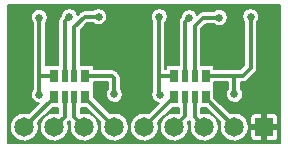
<source format=gbl>
G04 (created by PCBNEW (2013-02-15 BZR 3956)-testing) date Sun 17 Feb 2013 03:26:27 PM CET*
%MOIN*%
G04 Gerber Fmt 3.4, Leading zero omitted, Abs format*
%FSLAX34Y34*%
G01*
G70*
G90*
G04 APERTURE LIST*
%ADD10C,0.006*%
%ADD11R,0.0649606X0.0649606*%
%ADD12C,0.0649606*%
%ADD13R,0.0255906X0.0393701*%
%ADD14R,0.019685X0.0393701*%
%ADD15C,0.025*%
%ADD16C,0.011811*%
%ADD17C,0.00787402*%
G04 APERTURE END LIST*
G54D10*
G54D11*
X40000Y-36000D03*
G54D12*
X39000Y-36000D03*
X38000Y-36000D03*
X37000Y-36000D03*
X36000Y-36000D03*
X35000Y-36000D03*
X34000Y-36000D03*
X33000Y-36000D03*
X32000Y-36000D03*
G54D13*
X34025Y-34291D03*
G54D14*
X33661Y-34291D03*
X33346Y-34291D03*
G54D13*
X32982Y-34291D03*
X34025Y-35000D03*
G54D14*
X33661Y-35000D03*
X33346Y-35000D03*
G54D13*
X32982Y-35000D03*
X38041Y-34291D03*
G54D14*
X37677Y-34291D03*
X37362Y-34291D03*
G54D13*
X36998Y-34291D03*
X38041Y-35000D03*
G54D14*
X37677Y-35000D03*
X37362Y-35000D03*
G54D13*
X36998Y-35000D03*
G54D15*
X35000Y-34911D03*
X32500Y-34921D03*
X32500Y-32350D03*
X38001Y-33159D03*
X39005Y-33159D03*
X36998Y-33159D03*
X35000Y-33159D03*
X33996Y-33159D03*
X36003Y-33159D03*
X33001Y-33159D03*
X31998Y-33159D03*
X34475Y-32325D03*
X36515Y-34921D03*
X36500Y-32325D03*
X38500Y-32350D03*
X37500Y-32362D03*
X33500Y-32325D03*
X39005Y-34911D03*
X39550Y-32325D03*
G54D16*
X35000Y-34911D02*
X35000Y-34370D01*
X34025Y-34291D02*
X34921Y-34291D01*
X34921Y-34291D02*
X35000Y-34370D01*
X37362Y-35000D02*
X37362Y-35637D01*
X37362Y-35637D02*
X37000Y-36000D01*
X36998Y-35000D02*
X36998Y-35001D01*
X36998Y-35001D02*
X36000Y-36000D01*
X34025Y-35000D02*
X34025Y-35025D01*
X34025Y-35025D02*
X35000Y-36000D01*
X33661Y-35000D02*
X33661Y-35661D01*
X33661Y-35661D02*
X34000Y-36000D01*
X33346Y-35000D02*
X33346Y-35653D01*
X33346Y-35653D02*
X33000Y-36000D01*
X32982Y-35000D02*
X32982Y-35017D01*
X32982Y-35017D02*
X32000Y-36000D01*
X32982Y-34291D02*
X32500Y-34291D01*
X32500Y-34291D02*
X32500Y-34271D01*
X32500Y-34921D02*
X32500Y-34271D01*
X32500Y-34271D02*
X32500Y-32350D01*
X39005Y-33159D02*
X39015Y-33149D01*
X37283Y-32007D02*
X36988Y-32007D01*
X38818Y-32007D02*
X37283Y-32007D01*
X38818Y-32007D02*
X39015Y-32204D01*
X39015Y-33149D02*
X39015Y-32204D01*
X38001Y-33159D02*
X39005Y-33159D01*
X36998Y-33159D02*
X36988Y-33149D01*
X36988Y-33149D02*
X36988Y-32007D01*
X35000Y-33159D02*
X36003Y-33159D01*
X33996Y-33159D02*
X35000Y-33159D01*
X35000Y-33159D02*
X35000Y-32007D01*
X36003Y-33159D02*
X36013Y-33149D01*
X36013Y-33149D02*
X36013Y-32007D01*
X36003Y-32007D02*
X36013Y-32007D01*
X36013Y-32007D02*
X35787Y-32007D01*
X35787Y-32007D02*
X35000Y-32007D01*
X33001Y-33159D02*
X33001Y-32007D01*
X33001Y-32007D02*
X32992Y-32007D01*
X32244Y-32007D02*
X31998Y-32253D01*
X33267Y-32007D02*
X32992Y-32007D01*
X32992Y-32007D02*
X32244Y-32007D01*
X34724Y-32007D02*
X33267Y-32007D01*
X31998Y-32253D02*
X31998Y-33159D01*
X36003Y-32007D02*
X36013Y-32007D01*
X36013Y-32007D02*
X36988Y-32007D01*
X34724Y-32007D02*
X35000Y-32007D01*
X34744Y-32007D02*
X34724Y-32007D01*
X33661Y-33149D02*
X33661Y-32677D01*
X34013Y-32325D02*
X34475Y-32325D01*
X33661Y-32677D02*
X34013Y-32325D01*
X33661Y-34291D02*
X33661Y-33149D01*
X33661Y-33149D02*
X33661Y-33138D01*
X36998Y-34291D02*
X36476Y-34291D01*
X36476Y-34291D02*
X36496Y-34291D01*
X36496Y-34291D02*
X36476Y-34291D01*
X36476Y-32348D02*
X36500Y-32325D01*
X36476Y-34881D02*
X36476Y-34291D01*
X36476Y-34291D02*
X36476Y-32348D01*
X36515Y-34921D02*
X36476Y-34881D01*
X37677Y-33172D02*
X37677Y-32637D01*
X37677Y-34291D02*
X37677Y-33172D01*
X37964Y-32350D02*
X38500Y-32350D01*
X37677Y-32637D02*
X37964Y-32350D01*
X37362Y-34291D02*
X37362Y-32500D01*
X37362Y-32500D02*
X37500Y-32362D01*
X33346Y-34291D02*
X33346Y-32478D01*
X33346Y-32478D02*
X33500Y-32325D01*
X39005Y-34911D02*
X39005Y-34291D01*
X39005Y-34291D02*
X39015Y-34291D01*
X38041Y-34291D02*
X39015Y-34291D01*
X39015Y-34291D02*
X39291Y-34291D01*
X39550Y-34032D02*
X39550Y-32325D01*
X39291Y-34291D02*
X39550Y-34032D01*
X38041Y-35000D02*
X38041Y-35041D01*
X38041Y-35041D02*
X39000Y-36000D01*
X37677Y-35000D02*
X37677Y-35677D01*
X37677Y-35677D02*
X38000Y-36000D01*
G54D10*
G36*
X40513Y-36541D02*
X40462Y-36541D01*
X40462Y-36312D01*
X40462Y-35687D01*
X40462Y-35660D01*
X40457Y-35634D01*
X40446Y-35609D01*
X40431Y-35586D01*
X40412Y-35567D01*
X40389Y-35552D01*
X40364Y-35542D01*
X40338Y-35537D01*
X40093Y-35537D01*
X40059Y-35571D01*
X40059Y-35940D01*
X40428Y-35940D01*
X40462Y-35906D01*
X40462Y-35687D01*
X40462Y-36312D01*
X40462Y-36093D01*
X40428Y-36059D01*
X40059Y-36059D01*
X40059Y-36428D01*
X40093Y-36462D01*
X40338Y-36462D01*
X40364Y-36457D01*
X40389Y-36447D01*
X40412Y-36432D01*
X40431Y-36413D01*
X40446Y-36390D01*
X40457Y-36365D01*
X40462Y-36339D01*
X40462Y-36312D01*
X40462Y-36541D01*
X39940Y-36541D01*
X39940Y-36428D01*
X39940Y-36059D01*
X39940Y-35940D01*
X39940Y-35571D01*
X39906Y-35537D01*
X39832Y-35537D01*
X39832Y-32297D01*
X39821Y-32242D01*
X39800Y-32191D01*
X39769Y-32145D01*
X39730Y-32106D01*
X39685Y-32075D01*
X39633Y-32053D01*
X39579Y-32042D01*
X39524Y-32042D01*
X39469Y-32052D01*
X39418Y-32073D01*
X39372Y-32103D01*
X39332Y-32142D01*
X39301Y-32188D01*
X39279Y-32239D01*
X39267Y-32293D01*
X39267Y-32348D01*
X39277Y-32403D01*
X39297Y-32454D01*
X39327Y-32501D01*
X39333Y-32507D01*
X39333Y-33942D01*
X39201Y-34074D01*
X39015Y-34074D01*
X39005Y-34074D01*
X38326Y-34074D01*
X38326Y-33937D01*
X38170Y-33937D01*
X38154Y-33936D01*
X37897Y-33937D01*
X37897Y-33937D01*
X37893Y-33937D01*
X37893Y-33172D01*
X37893Y-32727D01*
X38054Y-32566D01*
X38316Y-32566D01*
X38361Y-32597D01*
X38412Y-32619D01*
X38466Y-32631D01*
X38521Y-32633D01*
X38576Y-32623D01*
X38627Y-32603D01*
X38674Y-32573D01*
X38714Y-32535D01*
X38746Y-32490D01*
X38769Y-32439D01*
X38781Y-32385D01*
X38782Y-32322D01*
X38771Y-32267D01*
X38750Y-32216D01*
X38719Y-32170D01*
X38680Y-32131D01*
X38635Y-32100D01*
X38583Y-32078D01*
X38529Y-32067D01*
X38474Y-32067D01*
X38419Y-32077D01*
X38368Y-32098D01*
X38322Y-32128D01*
X38317Y-32133D01*
X37964Y-32133D01*
X37945Y-32135D01*
X37925Y-32137D01*
X37924Y-32137D01*
X37922Y-32137D01*
X37903Y-32143D01*
X37884Y-32148D01*
X37883Y-32149D01*
X37882Y-32149D01*
X37864Y-32159D01*
X37847Y-32168D01*
X37846Y-32169D01*
X37845Y-32169D01*
X37829Y-32182D01*
X37813Y-32194D01*
X37812Y-32196D01*
X37812Y-32196D01*
X37812Y-32196D01*
X37811Y-32196D01*
X37759Y-32249D01*
X37750Y-32228D01*
X37719Y-32182D01*
X37680Y-32143D01*
X37635Y-32112D01*
X37583Y-32091D01*
X37529Y-32079D01*
X37474Y-32079D01*
X37419Y-32089D01*
X37368Y-32110D01*
X37322Y-32140D01*
X37282Y-32179D01*
X37251Y-32225D01*
X37229Y-32276D01*
X37217Y-32330D01*
X37217Y-32338D01*
X37209Y-32346D01*
X37196Y-32362D01*
X37183Y-32377D01*
X37182Y-32378D01*
X37182Y-32379D01*
X37172Y-32397D01*
X37163Y-32414D01*
X37162Y-32415D01*
X37162Y-32416D01*
X37156Y-32435D01*
X37150Y-32454D01*
X37150Y-32456D01*
X37149Y-32457D01*
X37147Y-32477D01*
X37145Y-32496D01*
X37145Y-32499D01*
X37145Y-32499D01*
X37145Y-32499D01*
X37145Y-32500D01*
X37145Y-33937D01*
X37127Y-33937D01*
X37111Y-33936D01*
X36854Y-33937D01*
X36854Y-33937D01*
X36712Y-33937D01*
X36712Y-34074D01*
X36692Y-34074D01*
X36692Y-32531D01*
X36714Y-32510D01*
X36746Y-32465D01*
X36769Y-32414D01*
X36781Y-32360D01*
X36782Y-32297D01*
X36771Y-32242D01*
X36750Y-32191D01*
X36719Y-32145D01*
X36680Y-32106D01*
X36635Y-32075D01*
X36583Y-32053D01*
X36529Y-32042D01*
X36474Y-32042D01*
X36419Y-32052D01*
X36368Y-32073D01*
X36322Y-32103D01*
X36282Y-32142D01*
X36251Y-32188D01*
X36229Y-32239D01*
X36217Y-32293D01*
X36217Y-32348D01*
X36227Y-32403D01*
X36247Y-32454D01*
X36259Y-32473D01*
X36259Y-34291D01*
X36259Y-34801D01*
X36245Y-34835D01*
X36233Y-34889D01*
X36232Y-34945D01*
X36242Y-34999D01*
X36263Y-35051D01*
X36293Y-35097D01*
X36331Y-35137D01*
X36377Y-35169D01*
X36428Y-35191D01*
X36482Y-35203D01*
X36490Y-35203D01*
X36152Y-35541D01*
X36143Y-35537D01*
X36050Y-35518D01*
X35956Y-35517D01*
X35863Y-35535D01*
X35775Y-35570D01*
X35696Y-35622D01*
X35628Y-35688D01*
X35575Y-35766D01*
X35538Y-35853D01*
X35518Y-35945D01*
X35517Y-36040D01*
X35534Y-36133D01*
X35568Y-36221D01*
X35620Y-36301D01*
X35685Y-36369D01*
X35763Y-36423D01*
X35850Y-36460D01*
X35942Y-36481D01*
X36037Y-36483D01*
X36130Y-36466D01*
X36218Y-36432D01*
X36298Y-36381D01*
X36366Y-36316D01*
X36421Y-36239D01*
X36459Y-36152D01*
X36480Y-36060D01*
X36482Y-35952D01*
X36463Y-35859D01*
X36458Y-35847D01*
X36951Y-35354D01*
X37141Y-35354D01*
X37141Y-35354D01*
X37145Y-35354D01*
X37145Y-35538D01*
X37143Y-35537D01*
X37050Y-35518D01*
X36956Y-35517D01*
X36863Y-35535D01*
X36775Y-35570D01*
X36696Y-35622D01*
X36628Y-35688D01*
X36575Y-35766D01*
X36538Y-35853D01*
X36518Y-35945D01*
X36517Y-36040D01*
X36534Y-36133D01*
X36568Y-36221D01*
X36620Y-36301D01*
X36685Y-36369D01*
X36763Y-36423D01*
X36850Y-36460D01*
X36942Y-36481D01*
X37037Y-36483D01*
X37130Y-36466D01*
X37218Y-36432D01*
X37298Y-36381D01*
X37366Y-36316D01*
X37421Y-36239D01*
X37459Y-36152D01*
X37480Y-36060D01*
X37482Y-35952D01*
X37463Y-35859D01*
X37458Y-35847D01*
X37502Y-35803D01*
X37509Y-35812D01*
X37521Y-35828D01*
X37523Y-35829D01*
X37523Y-35829D01*
X37523Y-35829D01*
X37524Y-35830D01*
X37540Y-35847D01*
X37538Y-35853D01*
X37518Y-35945D01*
X37517Y-36040D01*
X37534Y-36133D01*
X37568Y-36221D01*
X37620Y-36301D01*
X37685Y-36369D01*
X37763Y-36423D01*
X37850Y-36460D01*
X37942Y-36481D01*
X38037Y-36483D01*
X38130Y-36466D01*
X38218Y-36432D01*
X38298Y-36381D01*
X38366Y-36316D01*
X38421Y-36239D01*
X38459Y-36152D01*
X38480Y-36060D01*
X38482Y-35952D01*
X38463Y-35859D01*
X38427Y-35772D01*
X38375Y-35693D01*
X38308Y-35626D01*
X38230Y-35573D01*
X38143Y-35537D01*
X38050Y-35518D01*
X37956Y-35517D01*
X37893Y-35529D01*
X37893Y-35354D01*
X37911Y-35354D01*
X37927Y-35354D01*
X38048Y-35354D01*
X38540Y-35847D01*
X38538Y-35853D01*
X38518Y-35945D01*
X38517Y-36040D01*
X38534Y-36133D01*
X38568Y-36221D01*
X38620Y-36301D01*
X38685Y-36369D01*
X38763Y-36423D01*
X38850Y-36460D01*
X38942Y-36481D01*
X39037Y-36483D01*
X39130Y-36466D01*
X39218Y-36432D01*
X39298Y-36381D01*
X39366Y-36316D01*
X39421Y-36239D01*
X39459Y-36152D01*
X39480Y-36060D01*
X39482Y-35952D01*
X39463Y-35859D01*
X39427Y-35772D01*
X39375Y-35693D01*
X39308Y-35626D01*
X39230Y-35573D01*
X39143Y-35537D01*
X39050Y-35518D01*
X38956Y-35517D01*
X38863Y-35535D01*
X38847Y-35541D01*
X38326Y-35020D01*
X38326Y-34787D01*
X38326Y-34787D01*
X38326Y-34507D01*
X38789Y-34507D01*
X38789Y-34728D01*
X38788Y-34728D01*
X38757Y-34774D01*
X38735Y-34825D01*
X38723Y-34879D01*
X38723Y-34935D01*
X38733Y-34989D01*
X38753Y-35041D01*
X38783Y-35087D01*
X38821Y-35127D01*
X38867Y-35159D01*
X38918Y-35181D01*
X38972Y-35193D01*
X39027Y-35194D01*
X39082Y-35184D01*
X39133Y-35164D01*
X39180Y-35135D01*
X39220Y-35096D01*
X39252Y-35051D01*
X39275Y-35001D01*
X39287Y-34946D01*
X39288Y-34883D01*
X39277Y-34829D01*
X39256Y-34778D01*
X39225Y-34732D01*
X39222Y-34728D01*
X39222Y-34507D01*
X39291Y-34507D01*
X39311Y-34505D01*
X39331Y-34504D01*
X39332Y-34503D01*
X39333Y-34503D01*
X39352Y-34497D01*
X39371Y-34492D01*
X39372Y-34491D01*
X39373Y-34491D01*
X39391Y-34482D01*
X39409Y-34472D01*
X39410Y-34472D01*
X39411Y-34471D01*
X39426Y-34459D01*
X39442Y-34446D01*
X39443Y-34445D01*
X39443Y-34444D01*
X39443Y-34444D01*
X39444Y-34444D01*
X39703Y-34185D01*
X39715Y-34170D01*
X39728Y-34155D01*
X39729Y-34154D01*
X39729Y-34153D01*
X39739Y-34135D01*
X39749Y-34117D01*
X39749Y-34116D01*
X39749Y-34115D01*
X39755Y-34096D01*
X39761Y-34077D01*
X39761Y-34076D01*
X39762Y-34075D01*
X39764Y-34055D01*
X39766Y-34035D01*
X39766Y-34033D01*
X39766Y-34033D01*
X39766Y-34033D01*
X39766Y-34032D01*
X39766Y-32508D01*
X39796Y-32465D01*
X39819Y-32414D01*
X39831Y-32360D01*
X39832Y-32297D01*
X39832Y-35537D01*
X39661Y-35537D01*
X39635Y-35542D01*
X39610Y-35552D01*
X39587Y-35567D01*
X39568Y-35586D01*
X39553Y-35609D01*
X39542Y-35634D01*
X39537Y-35660D01*
X39537Y-35687D01*
X39537Y-35906D01*
X39571Y-35940D01*
X39940Y-35940D01*
X39940Y-36059D01*
X39571Y-36059D01*
X39537Y-36093D01*
X39537Y-36312D01*
X39537Y-36339D01*
X39542Y-36365D01*
X39553Y-36390D01*
X39568Y-36413D01*
X39587Y-36432D01*
X39610Y-36447D01*
X39635Y-36457D01*
X39661Y-36462D01*
X39906Y-36462D01*
X39940Y-36428D01*
X39940Y-36541D01*
X35482Y-36541D01*
X35482Y-35952D01*
X35463Y-35859D01*
X35427Y-35772D01*
X35375Y-35693D01*
X35308Y-35626D01*
X35230Y-35573D01*
X35143Y-35537D01*
X35050Y-35518D01*
X34956Y-35517D01*
X34863Y-35535D01*
X34847Y-35541D01*
X34311Y-35004D01*
X34311Y-34787D01*
X34311Y-34787D01*
X34311Y-34507D01*
X34783Y-34507D01*
X34783Y-34728D01*
X34782Y-34728D01*
X34751Y-34774D01*
X34729Y-34825D01*
X34717Y-34879D01*
X34717Y-34935D01*
X34727Y-34989D01*
X34747Y-35041D01*
X34777Y-35087D01*
X34816Y-35127D01*
X34861Y-35159D01*
X34912Y-35181D01*
X34966Y-35193D01*
X35021Y-35194D01*
X35076Y-35184D01*
X35127Y-35164D01*
X35174Y-35135D01*
X35214Y-35096D01*
X35246Y-35051D01*
X35269Y-35001D01*
X35281Y-34946D01*
X35282Y-34883D01*
X35271Y-34829D01*
X35250Y-34778D01*
X35219Y-34732D01*
X35216Y-34728D01*
X35216Y-34370D01*
X35214Y-34350D01*
X35212Y-34330D01*
X35212Y-34329D01*
X35212Y-34328D01*
X35206Y-34308D01*
X35201Y-34289D01*
X35200Y-34288D01*
X35200Y-34287D01*
X35190Y-34269D01*
X35181Y-34252D01*
X35180Y-34251D01*
X35180Y-34250D01*
X35167Y-34234D01*
X35155Y-34219D01*
X35153Y-34217D01*
X35153Y-34217D01*
X35153Y-34217D01*
X35153Y-34216D01*
X35074Y-34138D01*
X35058Y-34125D01*
X35043Y-34112D01*
X35042Y-34112D01*
X35041Y-34111D01*
X35024Y-34101D01*
X35006Y-34092D01*
X35005Y-34091D01*
X35004Y-34091D01*
X34985Y-34085D01*
X34966Y-34079D01*
X34965Y-34079D01*
X34964Y-34079D01*
X34944Y-34077D01*
X34924Y-34074D01*
X34922Y-34074D01*
X34922Y-34074D01*
X34921Y-34074D01*
X34921Y-34074D01*
X34311Y-34074D01*
X34311Y-33937D01*
X34155Y-33937D01*
X34139Y-33936D01*
X33882Y-33937D01*
X33882Y-33937D01*
X33877Y-33937D01*
X33877Y-33149D01*
X33877Y-33138D01*
X33877Y-32766D01*
X34103Y-32541D01*
X34291Y-32541D01*
X34336Y-32572D01*
X34387Y-32594D01*
X34441Y-32606D01*
X34496Y-32608D01*
X34551Y-32598D01*
X34602Y-32578D01*
X34649Y-32548D01*
X34689Y-32510D01*
X34721Y-32465D01*
X34744Y-32414D01*
X34756Y-32360D01*
X34757Y-32297D01*
X34746Y-32242D01*
X34725Y-32191D01*
X34694Y-32145D01*
X34655Y-32106D01*
X34610Y-32075D01*
X34558Y-32053D01*
X34504Y-32042D01*
X34449Y-32042D01*
X34394Y-32052D01*
X34343Y-32073D01*
X34297Y-32103D01*
X34292Y-32108D01*
X34013Y-32108D01*
X33993Y-32110D01*
X33973Y-32112D01*
X33972Y-32112D01*
X33971Y-32112D01*
X33952Y-32118D01*
X33933Y-32123D01*
X33932Y-32124D01*
X33931Y-32124D01*
X33913Y-32134D01*
X33895Y-32143D01*
X33894Y-32144D01*
X33893Y-32144D01*
X33878Y-32157D01*
X33862Y-32169D01*
X33861Y-32171D01*
X33861Y-32171D01*
X33860Y-32171D01*
X33860Y-32171D01*
X33774Y-32257D01*
X33771Y-32242D01*
X33750Y-32191D01*
X33719Y-32145D01*
X33680Y-32106D01*
X33635Y-32075D01*
X33583Y-32053D01*
X33529Y-32042D01*
X33474Y-32042D01*
X33419Y-32052D01*
X33368Y-32073D01*
X33322Y-32103D01*
X33282Y-32142D01*
X33251Y-32188D01*
X33229Y-32239D01*
X33217Y-32293D01*
X33217Y-32300D01*
X33193Y-32325D01*
X33180Y-32340D01*
X33167Y-32356D01*
X33167Y-32357D01*
X33166Y-32358D01*
X33157Y-32375D01*
X33147Y-32393D01*
X33147Y-32394D01*
X33146Y-32395D01*
X33140Y-32414D01*
X33134Y-32433D01*
X33134Y-32434D01*
X33134Y-32435D01*
X33132Y-32455D01*
X33129Y-32475D01*
X33129Y-32477D01*
X33129Y-32477D01*
X33129Y-32477D01*
X33129Y-32478D01*
X33129Y-33937D01*
X33111Y-33937D01*
X33095Y-33936D01*
X32838Y-33937D01*
X32838Y-33937D01*
X32716Y-33937D01*
X32716Y-32533D01*
X32746Y-32490D01*
X32769Y-32439D01*
X32781Y-32385D01*
X32782Y-32322D01*
X32771Y-32267D01*
X32750Y-32216D01*
X32719Y-32170D01*
X32680Y-32131D01*
X32635Y-32100D01*
X32583Y-32078D01*
X32529Y-32067D01*
X32474Y-32067D01*
X32419Y-32077D01*
X32368Y-32098D01*
X32322Y-32128D01*
X32282Y-32167D01*
X32251Y-32213D01*
X32229Y-32264D01*
X32217Y-32318D01*
X32217Y-32373D01*
X32227Y-32428D01*
X32247Y-32479D01*
X32277Y-32526D01*
X32283Y-32532D01*
X32283Y-34271D01*
X32283Y-34291D01*
X32283Y-34737D01*
X32282Y-34738D01*
X32251Y-34784D01*
X32229Y-34835D01*
X32217Y-34889D01*
X32217Y-34945D01*
X32227Y-34999D01*
X32247Y-35051D01*
X32277Y-35097D01*
X32316Y-35137D01*
X32361Y-35169D01*
X32412Y-35191D01*
X32466Y-35203D01*
X32490Y-35203D01*
X32152Y-35541D01*
X32143Y-35537D01*
X32050Y-35518D01*
X31956Y-35517D01*
X31863Y-35535D01*
X31775Y-35570D01*
X31696Y-35622D01*
X31628Y-35688D01*
X31575Y-35766D01*
X31538Y-35853D01*
X31518Y-35945D01*
X31517Y-36040D01*
X31534Y-36133D01*
X31568Y-36221D01*
X31620Y-36301D01*
X31685Y-36369D01*
X31763Y-36423D01*
X31850Y-36460D01*
X31942Y-36481D01*
X32037Y-36483D01*
X32130Y-36466D01*
X32218Y-36432D01*
X32298Y-36381D01*
X32366Y-36316D01*
X32421Y-36239D01*
X32459Y-36152D01*
X32480Y-36060D01*
X32482Y-35952D01*
X32463Y-35859D01*
X32458Y-35847D01*
X32951Y-35354D01*
X33125Y-35354D01*
X33125Y-35354D01*
X33129Y-35354D01*
X33129Y-35534D01*
X33050Y-35518D01*
X32956Y-35517D01*
X32863Y-35535D01*
X32775Y-35570D01*
X32696Y-35622D01*
X32628Y-35688D01*
X32575Y-35766D01*
X32538Y-35853D01*
X32518Y-35945D01*
X32517Y-36040D01*
X32534Y-36133D01*
X32568Y-36221D01*
X32620Y-36301D01*
X32685Y-36369D01*
X32763Y-36423D01*
X32850Y-36460D01*
X32942Y-36481D01*
X33037Y-36483D01*
X33130Y-36466D01*
X33218Y-36432D01*
X33298Y-36381D01*
X33366Y-36316D01*
X33421Y-36239D01*
X33459Y-36152D01*
X33480Y-36060D01*
X33482Y-35952D01*
X33463Y-35859D01*
X33458Y-35847D01*
X33499Y-35806D01*
X33500Y-35805D01*
X33506Y-35812D01*
X33507Y-35813D01*
X33507Y-35813D01*
X33507Y-35814D01*
X33508Y-35814D01*
X33540Y-35847D01*
X33538Y-35853D01*
X33518Y-35945D01*
X33517Y-36040D01*
X33534Y-36133D01*
X33568Y-36221D01*
X33620Y-36301D01*
X33685Y-36369D01*
X33763Y-36423D01*
X33850Y-36460D01*
X33942Y-36481D01*
X34037Y-36483D01*
X34130Y-36466D01*
X34218Y-36432D01*
X34298Y-36381D01*
X34366Y-36316D01*
X34421Y-36239D01*
X34459Y-36152D01*
X34480Y-36060D01*
X34482Y-35952D01*
X34463Y-35859D01*
X34427Y-35772D01*
X34375Y-35693D01*
X34308Y-35626D01*
X34230Y-35573D01*
X34143Y-35537D01*
X34050Y-35518D01*
X33956Y-35517D01*
X33877Y-35532D01*
X33877Y-35354D01*
X33896Y-35354D01*
X33911Y-35354D01*
X34048Y-35354D01*
X34540Y-35847D01*
X34538Y-35853D01*
X34518Y-35945D01*
X34517Y-36040D01*
X34534Y-36133D01*
X34568Y-36221D01*
X34620Y-36301D01*
X34685Y-36369D01*
X34763Y-36423D01*
X34850Y-36460D01*
X34942Y-36481D01*
X35037Y-36483D01*
X35130Y-36466D01*
X35218Y-36432D01*
X35298Y-36381D01*
X35366Y-36316D01*
X35421Y-36239D01*
X35459Y-36152D01*
X35480Y-36060D01*
X35482Y-35952D01*
X35482Y-36541D01*
X31458Y-36541D01*
X31458Y-31915D01*
X40513Y-31915D01*
X40513Y-36541D01*
X40513Y-36541D01*
G37*
G54D17*
X40513Y-36541D02*
X40462Y-36541D01*
X40462Y-36312D01*
X40462Y-35687D01*
X40462Y-35660D01*
X40457Y-35634D01*
X40446Y-35609D01*
X40431Y-35586D01*
X40412Y-35567D01*
X40389Y-35552D01*
X40364Y-35542D01*
X40338Y-35537D01*
X40093Y-35537D01*
X40059Y-35571D01*
X40059Y-35940D01*
X40428Y-35940D01*
X40462Y-35906D01*
X40462Y-35687D01*
X40462Y-36312D01*
X40462Y-36093D01*
X40428Y-36059D01*
X40059Y-36059D01*
X40059Y-36428D01*
X40093Y-36462D01*
X40338Y-36462D01*
X40364Y-36457D01*
X40389Y-36447D01*
X40412Y-36432D01*
X40431Y-36413D01*
X40446Y-36390D01*
X40457Y-36365D01*
X40462Y-36339D01*
X40462Y-36312D01*
X40462Y-36541D01*
X39940Y-36541D01*
X39940Y-36428D01*
X39940Y-36059D01*
X39940Y-35940D01*
X39940Y-35571D01*
X39906Y-35537D01*
X39832Y-35537D01*
X39832Y-32297D01*
X39821Y-32242D01*
X39800Y-32191D01*
X39769Y-32145D01*
X39730Y-32106D01*
X39685Y-32075D01*
X39633Y-32053D01*
X39579Y-32042D01*
X39524Y-32042D01*
X39469Y-32052D01*
X39418Y-32073D01*
X39372Y-32103D01*
X39332Y-32142D01*
X39301Y-32188D01*
X39279Y-32239D01*
X39267Y-32293D01*
X39267Y-32348D01*
X39277Y-32403D01*
X39297Y-32454D01*
X39327Y-32501D01*
X39333Y-32507D01*
X39333Y-33942D01*
X39201Y-34074D01*
X39015Y-34074D01*
X39005Y-34074D01*
X38326Y-34074D01*
X38326Y-33937D01*
X38170Y-33937D01*
X38154Y-33936D01*
X37897Y-33937D01*
X37897Y-33937D01*
X37893Y-33937D01*
X37893Y-33172D01*
X37893Y-32727D01*
X38054Y-32566D01*
X38316Y-32566D01*
X38361Y-32597D01*
X38412Y-32619D01*
X38466Y-32631D01*
X38521Y-32633D01*
X38576Y-32623D01*
X38627Y-32603D01*
X38674Y-32573D01*
X38714Y-32535D01*
X38746Y-32490D01*
X38769Y-32439D01*
X38781Y-32385D01*
X38782Y-32322D01*
X38771Y-32267D01*
X38750Y-32216D01*
X38719Y-32170D01*
X38680Y-32131D01*
X38635Y-32100D01*
X38583Y-32078D01*
X38529Y-32067D01*
X38474Y-32067D01*
X38419Y-32077D01*
X38368Y-32098D01*
X38322Y-32128D01*
X38317Y-32133D01*
X37964Y-32133D01*
X37945Y-32135D01*
X37925Y-32137D01*
X37924Y-32137D01*
X37922Y-32137D01*
X37903Y-32143D01*
X37884Y-32148D01*
X37883Y-32149D01*
X37882Y-32149D01*
X37864Y-32159D01*
X37847Y-32168D01*
X37846Y-32169D01*
X37845Y-32169D01*
X37829Y-32182D01*
X37813Y-32194D01*
X37812Y-32196D01*
X37812Y-32196D01*
X37812Y-32196D01*
X37811Y-32196D01*
X37759Y-32249D01*
X37750Y-32228D01*
X37719Y-32182D01*
X37680Y-32143D01*
X37635Y-32112D01*
X37583Y-32091D01*
X37529Y-32079D01*
X37474Y-32079D01*
X37419Y-32089D01*
X37368Y-32110D01*
X37322Y-32140D01*
X37282Y-32179D01*
X37251Y-32225D01*
X37229Y-32276D01*
X37217Y-32330D01*
X37217Y-32338D01*
X37209Y-32346D01*
X37196Y-32362D01*
X37183Y-32377D01*
X37182Y-32378D01*
X37182Y-32379D01*
X37172Y-32397D01*
X37163Y-32414D01*
X37162Y-32415D01*
X37162Y-32416D01*
X37156Y-32435D01*
X37150Y-32454D01*
X37150Y-32456D01*
X37149Y-32457D01*
X37147Y-32477D01*
X37145Y-32496D01*
X37145Y-32499D01*
X37145Y-32499D01*
X37145Y-32499D01*
X37145Y-32500D01*
X37145Y-33937D01*
X37127Y-33937D01*
X37111Y-33936D01*
X36854Y-33937D01*
X36854Y-33937D01*
X36712Y-33937D01*
X36712Y-34074D01*
X36692Y-34074D01*
X36692Y-32531D01*
X36714Y-32510D01*
X36746Y-32465D01*
X36769Y-32414D01*
X36781Y-32360D01*
X36782Y-32297D01*
X36771Y-32242D01*
X36750Y-32191D01*
X36719Y-32145D01*
X36680Y-32106D01*
X36635Y-32075D01*
X36583Y-32053D01*
X36529Y-32042D01*
X36474Y-32042D01*
X36419Y-32052D01*
X36368Y-32073D01*
X36322Y-32103D01*
X36282Y-32142D01*
X36251Y-32188D01*
X36229Y-32239D01*
X36217Y-32293D01*
X36217Y-32348D01*
X36227Y-32403D01*
X36247Y-32454D01*
X36259Y-32473D01*
X36259Y-34291D01*
X36259Y-34801D01*
X36245Y-34835D01*
X36233Y-34889D01*
X36232Y-34945D01*
X36242Y-34999D01*
X36263Y-35051D01*
X36293Y-35097D01*
X36331Y-35137D01*
X36377Y-35169D01*
X36428Y-35191D01*
X36482Y-35203D01*
X36490Y-35203D01*
X36152Y-35541D01*
X36143Y-35537D01*
X36050Y-35518D01*
X35956Y-35517D01*
X35863Y-35535D01*
X35775Y-35570D01*
X35696Y-35622D01*
X35628Y-35688D01*
X35575Y-35766D01*
X35538Y-35853D01*
X35518Y-35945D01*
X35517Y-36040D01*
X35534Y-36133D01*
X35568Y-36221D01*
X35620Y-36301D01*
X35685Y-36369D01*
X35763Y-36423D01*
X35850Y-36460D01*
X35942Y-36481D01*
X36037Y-36483D01*
X36130Y-36466D01*
X36218Y-36432D01*
X36298Y-36381D01*
X36366Y-36316D01*
X36421Y-36239D01*
X36459Y-36152D01*
X36480Y-36060D01*
X36482Y-35952D01*
X36463Y-35859D01*
X36458Y-35847D01*
X36951Y-35354D01*
X37141Y-35354D01*
X37141Y-35354D01*
X37145Y-35354D01*
X37145Y-35538D01*
X37143Y-35537D01*
X37050Y-35518D01*
X36956Y-35517D01*
X36863Y-35535D01*
X36775Y-35570D01*
X36696Y-35622D01*
X36628Y-35688D01*
X36575Y-35766D01*
X36538Y-35853D01*
X36518Y-35945D01*
X36517Y-36040D01*
X36534Y-36133D01*
X36568Y-36221D01*
X36620Y-36301D01*
X36685Y-36369D01*
X36763Y-36423D01*
X36850Y-36460D01*
X36942Y-36481D01*
X37037Y-36483D01*
X37130Y-36466D01*
X37218Y-36432D01*
X37298Y-36381D01*
X37366Y-36316D01*
X37421Y-36239D01*
X37459Y-36152D01*
X37480Y-36060D01*
X37482Y-35952D01*
X37463Y-35859D01*
X37458Y-35847D01*
X37502Y-35803D01*
X37509Y-35812D01*
X37521Y-35828D01*
X37523Y-35829D01*
X37523Y-35829D01*
X37523Y-35829D01*
X37524Y-35830D01*
X37540Y-35847D01*
X37538Y-35853D01*
X37518Y-35945D01*
X37517Y-36040D01*
X37534Y-36133D01*
X37568Y-36221D01*
X37620Y-36301D01*
X37685Y-36369D01*
X37763Y-36423D01*
X37850Y-36460D01*
X37942Y-36481D01*
X38037Y-36483D01*
X38130Y-36466D01*
X38218Y-36432D01*
X38298Y-36381D01*
X38366Y-36316D01*
X38421Y-36239D01*
X38459Y-36152D01*
X38480Y-36060D01*
X38482Y-35952D01*
X38463Y-35859D01*
X38427Y-35772D01*
X38375Y-35693D01*
X38308Y-35626D01*
X38230Y-35573D01*
X38143Y-35537D01*
X38050Y-35518D01*
X37956Y-35517D01*
X37893Y-35529D01*
X37893Y-35354D01*
X37911Y-35354D01*
X37927Y-35354D01*
X38048Y-35354D01*
X38540Y-35847D01*
X38538Y-35853D01*
X38518Y-35945D01*
X38517Y-36040D01*
X38534Y-36133D01*
X38568Y-36221D01*
X38620Y-36301D01*
X38685Y-36369D01*
X38763Y-36423D01*
X38850Y-36460D01*
X38942Y-36481D01*
X39037Y-36483D01*
X39130Y-36466D01*
X39218Y-36432D01*
X39298Y-36381D01*
X39366Y-36316D01*
X39421Y-36239D01*
X39459Y-36152D01*
X39480Y-36060D01*
X39482Y-35952D01*
X39463Y-35859D01*
X39427Y-35772D01*
X39375Y-35693D01*
X39308Y-35626D01*
X39230Y-35573D01*
X39143Y-35537D01*
X39050Y-35518D01*
X38956Y-35517D01*
X38863Y-35535D01*
X38847Y-35541D01*
X38326Y-35020D01*
X38326Y-34787D01*
X38326Y-34787D01*
X38326Y-34507D01*
X38789Y-34507D01*
X38789Y-34728D01*
X38788Y-34728D01*
X38757Y-34774D01*
X38735Y-34825D01*
X38723Y-34879D01*
X38723Y-34935D01*
X38733Y-34989D01*
X38753Y-35041D01*
X38783Y-35087D01*
X38821Y-35127D01*
X38867Y-35159D01*
X38918Y-35181D01*
X38972Y-35193D01*
X39027Y-35194D01*
X39082Y-35184D01*
X39133Y-35164D01*
X39180Y-35135D01*
X39220Y-35096D01*
X39252Y-35051D01*
X39275Y-35001D01*
X39287Y-34946D01*
X39288Y-34883D01*
X39277Y-34829D01*
X39256Y-34778D01*
X39225Y-34732D01*
X39222Y-34728D01*
X39222Y-34507D01*
X39291Y-34507D01*
X39311Y-34505D01*
X39331Y-34504D01*
X39332Y-34503D01*
X39333Y-34503D01*
X39352Y-34497D01*
X39371Y-34492D01*
X39372Y-34491D01*
X39373Y-34491D01*
X39391Y-34482D01*
X39409Y-34472D01*
X39410Y-34472D01*
X39411Y-34471D01*
X39426Y-34459D01*
X39442Y-34446D01*
X39443Y-34445D01*
X39443Y-34444D01*
X39443Y-34444D01*
X39444Y-34444D01*
X39703Y-34185D01*
X39715Y-34170D01*
X39728Y-34155D01*
X39729Y-34154D01*
X39729Y-34153D01*
X39739Y-34135D01*
X39749Y-34117D01*
X39749Y-34116D01*
X39749Y-34115D01*
X39755Y-34096D01*
X39761Y-34077D01*
X39761Y-34076D01*
X39762Y-34075D01*
X39764Y-34055D01*
X39766Y-34035D01*
X39766Y-34033D01*
X39766Y-34033D01*
X39766Y-34033D01*
X39766Y-34032D01*
X39766Y-32508D01*
X39796Y-32465D01*
X39819Y-32414D01*
X39831Y-32360D01*
X39832Y-32297D01*
X39832Y-35537D01*
X39661Y-35537D01*
X39635Y-35542D01*
X39610Y-35552D01*
X39587Y-35567D01*
X39568Y-35586D01*
X39553Y-35609D01*
X39542Y-35634D01*
X39537Y-35660D01*
X39537Y-35687D01*
X39537Y-35906D01*
X39571Y-35940D01*
X39940Y-35940D01*
X39940Y-36059D01*
X39571Y-36059D01*
X39537Y-36093D01*
X39537Y-36312D01*
X39537Y-36339D01*
X39542Y-36365D01*
X39553Y-36390D01*
X39568Y-36413D01*
X39587Y-36432D01*
X39610Y-36447D01*
X39635Y-36457D01*
X39661Y-36462D01*
X39906Y-36462D01*
X39940Y-36428D01*
X39940Y-36541D01*
X35482Y-36541D01*
X35482Y-35952D01*
X35463Y-35859D01*
X35427Y-35772D01*
X35375Y-35693D01*
X35308Y-35626D01*
X35230Y-35573D01*
X35143Y-35537D01*
X35050Y-35518D01*
X34956Y-35517D01*
X34863Y-35535D01*
X34847Y-35541D01*
X34311Y-35004D01*
X34311Y-34787D01*
X34311Y-34787D01*
X34311Y-34507D01*
X34783Y-34507D01*
X34783Y-34728D01*
X34782Y-34728D01*
X34751Y-34774D01*
X34729Y-34825D01*
X34717Y-34879D01*
X34717Y-34935D01*
X34727Y-34989D01*
X34747Y-35041D01*
X34777Y-35087D01*
X34816Y-35127D01*
X34861Y-35159D01*
X34912Y-35181D01*
X34966Y-35193D01*
X35021Y-35194D01*
X35076Y-35184D01*
X35127Y-35164D01*
X35174Y-35135D01*
X35214Y-35096D01*
X35246Y-35051D01*
X35269Y-35001D01*
X35281Y-34946D01*
X35282Y-34883D01*
X35271Y-34829D01*
X35250Y-34778D01*
X35219Y-34732D01*
X35216Y-34728D01*
X35216Y-34370D01*
X35214Y-34350D01*
X35212Y-34330D01*
X35212Y-34329D01*
X35212Y-34328D01*
X35206Y-34308D01*
X35201Y-34289D01*
X35200Y-34288D01*
X35200Y-34287D01*
X35190Y-34269D01*
X35181Y-34252D01*
X35180Y-34251D01*
X35180Y-34250D01*
X35167Y-34234D01*
X35155Y-34219D01*
X35153Y-34217D01*
X35153Y-34217D01*
X35153Y-34217D01*
X35153Y-34216D01*
X35074Y-34138D01*
X35058Y-34125D01*
X35043Y-34112D01*
X35042Y-34112D01*
X35041Y-34111D01*
X35024Y-34101D01*
X35006Y-34092D01*
X35005Y-34091D01*
X35004Y-34091D01*
X34985Y-34085D01*
X34966Y-34079D01*
X34965Y-34079D01*
X34964Y-34079D01*
X34944Y-34077D01*
X34924Y-34074D01*
X34922Y-34074D01*
X34922Y-34074D01*
X34921Y-34074D01*
X34921Y-34074D01*
X34311Y-34074D01*
X34311Y-33937D01*
X34155Y-33937D01*
X34139Y-33936D01*
X33882Y-33937D01*
X33882Y-33937D01*
X33877Y-33937D01*
X33877Y-33149D01*
X33877Y-33138D01*
X33877Y-32766D01*
X34103Y-32541D01*
X34291Y-32541D01*
X34336Y-32572D01*
X34387Y-32594D01*
X34441Y-32606D01*
X34496Y-32608D01*
X34551Y-32598D01*
X34602Y-32578D01*
X34649Y-32548D01*
X34689Y-32510D01*
X34721Y-32465D01*
X34744Y-32414D01*
X34756Y-32360D01*
X34757Y-32297D01*
X34746Y-32242D01*
X34725Y-32191D01*
X34694Y-32145D01*
X34655Y-32106D01*
X34610Y-32075D01*
X34558Y-32053D01*
X34504Y-32042D01*
X34449Y-32042D01*
X34394Y-32052D01*
X34343Y-32073D01*
X34297Y-32103D01*
X34292Y-32108D01*
X34013Y-32108D01*
X33993Y-32110D01*
X33973Y-32112D01*
X33972Y-32112D01*
X33971Y-32112D01*
X33952Y-32118D01*
X33933Y-32123D01*
X33932Y-32124D01*
X33931Y-32124D01*
X33913Y-32134D01*
X33895Y-32143D01*
X33894Y-32144D01*
X33893Y-32144D01*
X33878Y-32157D01*
X33862Y-32169D01*
X33861Y-32171D01*
X33861Y-32171D01*
X33860Y-32171D01*
X33860Y-32171D01*
X33774Y-32257D01*
X33771Y-32242D01*
X33750Y-32191D01*
X33719Y-32145D01*
X33680Y-32106D01*
X33635Y-32075D01*
X33583Y-32053D01*
X33529Y-32042D01*
X33474Y-32042D01*
X33419Y-32052D01*
X33368Y-32073D01*
X33322Y-32103D01*
X33282Y-32142D01*
X33251Y-32188D01*
X33229Y-32239D01*
X33217Y-32293D01*
X33217Y-32300D01*
X33193Y-32325D01*
X33180Y-32340D01*
X33167Y-32356D01*
X33167Y-32357D01*
X33166Y-32358D01*
X33157Y-32375D01*
X33147Y-32393D01*
X33147Y-32394D01*
X33146Y-32395D01*
X33140Y-32414D01*
X33134Y-32433D01*
X33134Y-32434D01*
X33134Y-32435D01*
X33132Y-32455D01*
X33129Y-32475D01*
X33129Y-32477D01*
X33129Y-32477D01*
X33129Y-32477D01*
X33129Y-32478D01*
X33129Y-33937D01*
X33111Y-33937D01*
X33095Y-33936D01*
X32838Y-33937D01*
X32838Y-33937D01*
X32716Y-33937D01*
X32716Y-32533D01*
X32746Y-32490D01*
X32769Y-32439D01*
X32781Y-32385D01*
X32782Y-32322D01*
X32771Y-32267D01*
X32750Y-32216D01*
X32719Y-32170D01*
X32680Y-32131D01*
X32635Y-32100D01*
X32583Y-32078D01*
X32529Y-32067D01*
X32474Y-32067D01*
X32419Y-32077D01*
X32368Y-32098D01*
X32322Y-32128D01*
X32282Y-32167D01*
X32251Y-32213D01*
X32229Y-32264D01*
X32217Y-32318D01*
X32217Y-32373D01*
X32227Y-32428D01*
X32247Y-32479D01*
X32277Y-32526D01*
X32283Y-32532D01*
X32283Y-34271D01*
X32283Y-34291D01*
X32283Y-34737D01*
X32282Y-34738D01*
X32251Y-34784D01*
X32229Y-34835D01*
X32217Y-34889D01*
X32217Y-34945D01*
X32227Y-34999D01*
X32247Y-35051D01*
X32277Y-35097D01*
X32316Y-35137D01*
X32361Y-35169D01*
X32412Y-35191D01*
X32466Y-35203D01*
X32490Y-35203D01*
X32152Y-35541D01*
X32143Y-35537D01*
X32050Y-35518D01*
X31956Y-35517D01*
X31863Y-35535D01*
X31775Y-35570D01*
X31696Y-35622D01*
X31628Y-35688D01*
X31575Y-35766D01*
X31538Y-35853D01*
X31518Y-35945D01*
X31517Y-36040D01*
X31534Y-36133D01*
X31568Y-36221D01*
X31620Y-36301D01*
X31685Y-36369D01*
X31763Y-36423D01*
X31850Y-36460D01*
X31942Y-36481D01*
X32037Y-36483D01*
X32130Y-36466D01*
X32218Y-36432D01*
X32298Y-36381D01*
X32366Y-36316D01*
X32421Y-36239D01*
X32459Y-36152D01*
X32480Y-36060D01*
X32482Y-35952D01*
X32463Y-35859D01*
X32458Y-35847D01*
X32951Y-35354D01*
X33125Y-35354D01*
X33125Y-35354D01*
X33129Y-35354D01*
X33129Y-35534D01*
X33050Y-35518D01*
X32956Y-35517D01*
X32863Y-35535D01*
X32775Y-35570D01*
X32696Y-35622D01*
X32628Y-35688D01*
X32575Y-35766D01*
X32538Y-35853D01*
X32518Y-35945D01*
X32517Y-36040D01*
X32534Y-36133D01*
X32568Y-36221D01*
X32620Y-36301D01*
X32685Y-36369D01*
X32763Y-36423D01*
X32850Y-36460D01*
X32942Y-36481D01*
X33037Y-36483D01*
X33130Y-36466D01*
X33218Y-36432D01*
X33298Y-36381D01*
X33366Y-36316D01*
X33421Y-36239D01*
X33459Y-36152D01*
X33480Y-36060D01*
X33482Y-35952D01*
X33463Y-35859D01*
X33458Y-35847D01*
X33499Y-35806D01*
X33500Y-35805D01*
X33506Y-35812D01*
X33507Y-35813D01*
X33507Y-35813D01*
X33507Y-35814D01*
X33508Y-35814D01*
X33540Y-35847D01*
X33538Y-35853D01*
X33518Y-35945D01*
X33517Y-36040D01*
X33534Y-36133D01*
X33568Y-36221D01*
X33620Y-36301D01*
X33685Y-36369D01*
X33763Y-36423D01*
X33850Y-36460D01*
X33942Y-36481D01*
X34037Y-36483D01*
X34130Y-36466D01*
X34218Y-36432D01*
X34298Y-36381D01*
X34366Y-36316D01*
X34421Y-36239D01*
X34459Y-36152D01*
X34480Y-36060D01*
X34482Y-35952D01*
X34463Y-35859D01*
X34427Y-35772D01*
X34375Y-35693D01*
X34308Y-35626D01*
X34230Y-35573D01*
X34143Y-35537D01*
X34050Y-35518D01*
X33956Y-35517D01*
X33877Y-35532D01*
X33877Y-35354D01*
X33896Y-35354D01*
X33911Y-35354D01*
X34048Y-35354D01*
X34540Y-35847D01*
X34538Y-35853D01*
X34518Y-35945D01*
X34517Y-36040D01*
X34534Y-36133D01*
X34568Y-36221D01*
X34620Y-36301D01*
X34685Y-36369D01*
X34763Y-36423D01*
X34850Y-36460D01*
X34942Y-36481D01*
X35037Y-36483D01*
X35130Y-36466D01*
X35218Y-36432D01*
X35298Y-36381D01*
X35366Y-36316D01*
X35421Y-36239D01*
X35459Y-36152D01*
X35480Y-36060D01*
X35482Y-35952D01*
X35482Y-36541D01*
X31458Y-36541D01*
X31458Y-31915D01*
X40513Y-31915D01*
X40513Y-36541D01*
M02*

</source>
